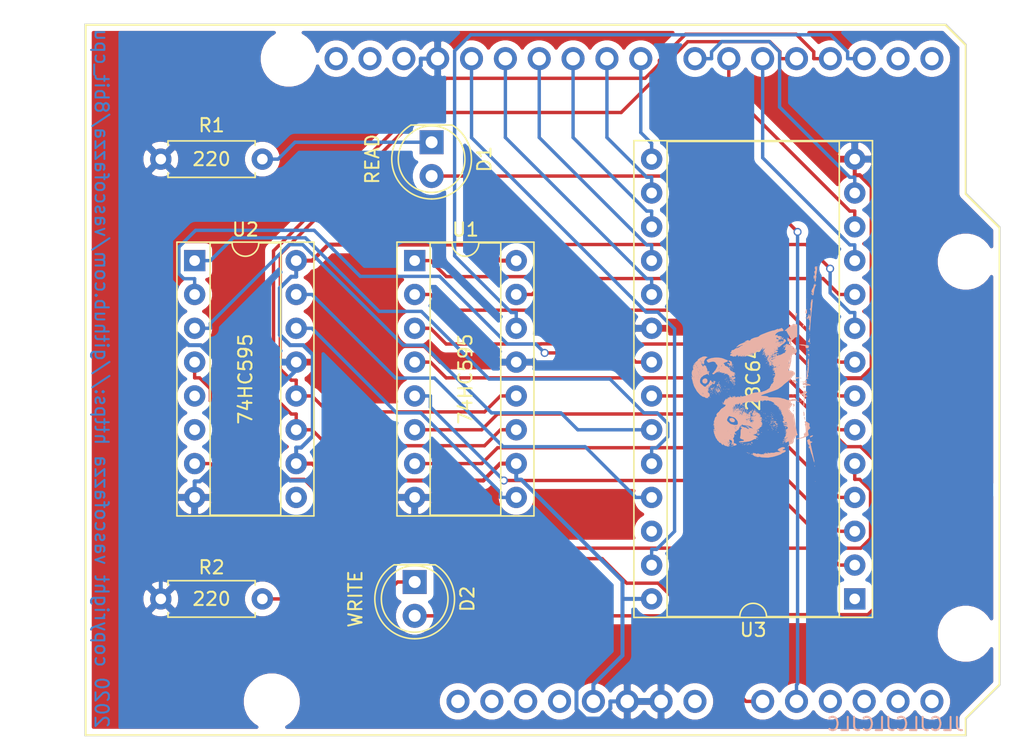
<source format=kicad_pcb>
(kicad_pcb (version 20171130) (host pcbnew "(5.1.5-0-10_14)")
  (layers (0 F.Cu signal) (31 B.Cu signal) (34 B.Paste user) (35 F.Paste user) (36 B.SilkS user) (37 F.SilkS user) (38 B.Mask user) (39 F.Mask user) (44 Edge.Cuts user))
  (net 0 "")
  (net 1 VCC)
  (net 2 GND)
  (net 3 "Net-(U1-Pad15)")
  (net 4 "Net-(U1-Pad7)")
  (net 5 "Net-(U1-Pad14)")
  (net 6 "Net-(U1-Pad6)")
  (net 7 "Net-(U1-Pad5)")
  (net 8 "Net-(U1-Pad12)")
  (net 9 "Net-(U1-Pad4)")
  (net 10 "Net-(U1-Pad11)")
  (net 11 "Net-(U1-Pad3)")
  (net 12 "Net-(U1-Pad2)")
  (net 13 "Net-(U1-Pad9)")
  (net 14 "Net-(U1-Pad1)")
  (net 15 "Net-(U2-Pad15)")
  (net 16 "Net-(U2-Pad7)")
  (net 17 "Net-(U2-Pad4)")
  (net 18 "Net-(U2-Pad3)")
  (net 19 "Net-(U2-Pad2)")
  (net 20 "Net-(U2-Pad1)")
  (net 21 "Net-(U3-Pad15)")
  (net 22 "Net-(D1-Pad2)")
  (net 23 "Net-(D1-Pad1)")
  (net 24 "Net-(D2-Pad2)")
  (net 25 "Net-(D2-Pad1)")
  (net 26 "Net-(U3-Pad27)")
  (net 27 "Net-(U3-Pad13)")
  (net 28 "Net-(U3-Pad12)")
  (net 29 "Net-(U3-Pad11)")
  (net 30 "Net-(U3-Pad19)")
  (net 31 "Net-(U3-Pad18)")
  (net 32 "Net-(U3-Pad17)")
  (net 33 "Net-(U3-Pad16)")
  (module Arduino:Arduino_Uno_Shield (layer F.Cu) (at 191.21 47.065)
    (fp_text reference XA1 hide)
    (fp_text value Arduino_Uno_Shield)
    (pad A5 thru_hole oval (at 63.5 -2.54) (size 1.7272 1.7272) (drill 1.016) (layers *.Cu *.Mask))
    (pad A4 thru_hole oval (at 60.96 -2.54) (size 1.7272 1.7272) (drill 1.016) (layers *.Cu *.Mask))
    (pad A3 thru_hole oval (at 58.42 -2.54) (size 1.7272 1.7272) (drill 1.016) (layers *.Cu *.Mask))
    (pad A2 thru_hole oval (at 55.88 -2.54) (size 1.7272 1.7272) (drill 1.016) (layers *.Cu *.Mask))
    (pad A1 thru_hole oval (at 53.34 -2.54) (size 1.7272 1.7272) (drill 1.016) (layers *.Cu *.Mask) (net 22 "Net-(D1-Pad2)"))
    (pad "" thru_hole oval (at 27.94 -2.54) (size 1.7272 1.7272) (drill 1.016) (layers *.Cu *.Mask))
    (pad D11 thru_hole oval (at 34.036 -50.8) (size 1.7272 1.7272) (drill 1.016) (layers *.Cu *.Mask) (net 31 "Net-(U3-Pad18)"))
    (pad D12 thru_hole oval (at 31.496 -50.8) (size 1.7272 1.7272) (drill 1.016) (layers *.Cu *.Mask) (net 30 "Net-(U3-Pad19)"))
    (pad D13 thru_hole oval (at 28.956 -50.8) (size 1.7272 1.7272) (drill 1.016) (layers *.Cu *.Mask) (net 26 "Net-(U3-Pad27)"))
    (pad AREF thru_hole oval (at 23.876 -50.8) (size 1.7272 1.7272) (drill 1.016) (layers *.Cu *.Mask))
    (pad SDA thru_hole oval (at 21.336 -50.8) (size 1.7272 1.7272) (drill 1.016) (layers *.Cu *.Mask))
    (pad SCL thru_hole oval (at 18.796 -50.8) (size 1.7272 1.7272) (drill 1.016) (layers *.Cu *.Mask))
    (pad "" np_thru_hole circle (at 13.97 -2.54) (size 3.2 3.2) (drill 3.2) (layers *.Cu *.Mask))
    (pad "" np_thru_hole circle (at 15.24 -50.8) (size 3.2 3.2) (drill 3.2) (layers *.Cu *.Mask))
    (pad "" np_thru_hole circle (at 66.04 -35.56) (size 3.2 3.2) (drill 3.2) (layers *.Cu *.Mask))
    (pad "" np_thru_hole circle (at 66.04 -7.62) (size 3.2 3.2) (drill 3.2) (layers *.Cu *.Mask))
    (pad D10 thru_hole oval (at 36.576 -50.8) (size 1.7272 1.7272) (drill 1.016) (layers *.Cu *.Mask) (net 32 "Net-(U3-Pad17)"))
    (pad D9 thru_hole oval (at 39.116 -50.8) (size 1.7272 1.7272) (drill 1.016) (layers *.Cu *.Mask) (net 33 "Net-(U3-Pad16)"))
    (pad D8 thru_hole oval (at 41.656 -50.8) (size 1.7272 1.7272) (drill 1.016) (layers *.Cu *.Mask) (net 21 "Net-(U3-Pad15)"))
    (pad GND1 thru_hole oval (at 26.416 -50.8) (size 1.7272 1.7272) (drill 1.016) (layers *.Cu *.Mask) (net 2 GND))
    (pad D7 thru_hole oval (at 45.72 -50.8) (size 1.7272 1.7272) (drill 1.016) (layers *.Cu *.Mask) (net 27 "Net-(U3-Pad13)"))
    (pad D6 thru_hole oval (at 48.26 -50.8) (size 1.7272 1.7272) (drill 1.016) (layers *.Cu *.Mask) (net 28 "Net-(U3-Pad12)"))
    (pad D5 thru_hole oval (at 50.8 -50.8) (size 1.7272 1.7272) (drill 1.016) (layers *.Cu *.Mask) (net 29 "Net-(U3-Pad11)"))
    (pad D4 thru_hole oval (at 53.34 -50.8) (size 1.7272 1.7272) (drill 1.016) (layers *.Cu *.Mask) (net 8 "Net-(U1-Pad12)"))
    (pad D3 thru_hole oval (at 55.88 -50.8) (size 1.7272 1.7272) (drill 1.016) (layers *.Cu *.Mask) (net 10 "Net-(U1-Pad11)"))
    (pad D2 thru_hole oval (at 58.42 -50.8) (size 1.7272 1.7272) (drill 1.016) (layers *.Cu *.Mask) (net 5 "Net-(U1-Pad14)"))
    (pad D1 thru_hole oval (at 60.96 -50.8) (size 1.7272 1.7272) (drill 1.016) (layers *.Cu *.Mask))
    (pad D0 thru_hole oval (at 63.5 -50.8) (size 1.7272 1.7272) (drill 1.016) (layers *.Cu *.Mask))
    (pad IORF thru_hole oval (at 30.48 -2.54) (size 1.7272 1.7272) (drill 1.016) (layers *.Cu *.Mask))
    (pad RST1 thru_hole oval (at 33.02 -2.54) (size 1.7272 1.7272) (drill 1.016) (layers *.Cu *.Mask))
    (pad 3V3 thru_hole oval (at 35.56 -2.54) (size 1.7272 1.7272) (drill 1.016) (layers *.Cu *.Mask))
    (pad 5V1 thru_hole oval (at 38.1 -2.54) (size 1.7272 1.7272) (drill 1.016) (layers *.Cu *.Mask) (net 1 VCC))
    (pad GND2 thru_hole oval (at 40.64 -2.54) (size 1.7272 1.7272) (drill 1.016) (layers *.Cu *.Mask) (net 2 GND))
    (pad GND3 thru_hole oval (at 43.18 -2.54) (size 1.7272 1.7272) (drill 1.016) (layers *.Cu *.Mask) (net 2 GND))
    (pad VIN thru_hole oval (at 45.72 -2.54) (size 1.7272 1.7272) (drill 1.016) (layers *.Cu *.Mask))
    (pad A0 thru_hole oval (at 50.8 -2.54) (size 1.7272 1.7272) (drill 1.016) (layers *.Cu *.Mask) (net 24 "Net-(D2-Pad2)"))
  )
  (module Symbol:parrot (layer B.Cu) (at 241.3 20.32 270)
    (fp_text reference G*** hide)
    (fp_text value LOGO hide)
  )
  (module Resistor_THT:R_Axial_DIN0207_L6.3mm_D2.5mm_P7.62mm_Horizontal (layer F.Cu) (at 196.85 36.83)
    (fp_text reference R2 (at 3.81 -2.37) (layer F.SilkS))
    (fp_text value 220)
    (fp_text user %V (at 3.81 0 180) (layer F.SilkS))
    (pad 2 thru_hole oval (at 7.62 0) (size 1.6 1.6) (drill 0.8) (layers *.Cu *.Mask) (net 25 "Net-(D2-Pad1)"))
    (pad 1 thru_hole circle (at 0 0) (size 1.6 1.6) (drill 0.8) (layers *.Cu *.Mask) (net 2 GND))
  )
  (module Resistor_THT:R_Axial_DIN0207_L6.3mm_D2.5mm_P7.62mm_Horizontal (layer F.Cu) (at 196.85 3.81)
    (fp_text reference R1 (at 3.81 -2.54 180) (layer F.SilkS))
    (fp_text value 220)
    (fp_text user %V (at 3.81 0 180) (layer F.SilkS))
    (pad 2 thru_hole oval (at 7.62 0) (size 1.6 1.6) (drill 0.8) (layers *.Cu *.Mask) (net 23 "Net-(D1-Pad1)"))
    (pad 1 thru_hole circle (at 0 0) (size 1.6 1.6) (drill 0.8) (layers *.Cu *.Mask) (net 2 GND))
  )
  (module LED_THT:LED_D5.0mm (layer F.Cu) (at 215.9 35.56 270)
    (fp_text reference D2 (at 1.27 -3.96 90) (layer F.SilkS))
    (fp_text value WRITE (at 1.27 4.445 90) (layer F.SilkS))
    (pad 2 thru_hole circle (at 2.54 0 270) (size 1.8 1.8) (drill 0.9) (layers *.Cu *.Mask) (net 24 "Net-(D2-Pad2)"))
    (pad 1 thru_hole rect (at 0 0 270) (size 1.8 1.8) (drill 0.9) (layers *.Cu *.Mask) (net 25 "Net-(D2-Pad1)"))
  )
  (module LED_THT:LED_D5.0mm (layer F.Cu) (at 217.17 2.54 270)
    (fp_text reference D1 (at 1.27 -3.96 90) (layer F.SilkS))
    (fp_text value READ (at 1.27 4.445 90) (layer F.SilkS))
    (pad 2 thru_hole circle (at 2.54 0 270) (size 1.8 1.8) (drill 0.9) (layers *.Cu *.Mask) (net 22 "Net-(D1-Pad2)"))
    (pad 1 thru_hole rect (at 0 0 270) (size 1.8 1.8) (drill 0.9) (layers *.Cu *.Mask) (net 23 "Net-(D1-Pad1)"))
  )
  (module Package_DIP:DIP-28_W15.24mm_Socket (layer F.Cu) (at 248.92 36.83 180)
    (fp_text reference U3 (at 7.62 -2.33) (layer F.SilkS))
    (fp_text value 28C64)
    (fp_text user %V (at 7.62 16.51 90) (layer F.SilkS))
    (pad 28 thru_hole oval (at 15.24 0 180) (size 1.6 1.6) (drill 0.8) (layers *.Cu *.Mask) (net 1 VCC))
    (pad 14 thru_hole oval (at 0 33.02 180) (size 1.6 1.6) (drill 0.8) (layers *.Cu *.Mask) (net 2 GND))
    (pad 27 thru_hole oval (at 15.24 2.54 180) (size 1.6 1.6) (drill 0.8) (layers *.Cu *.Mask) (net 26 "Net-(U3-Pad27)"))
    (pad 13 thru_hole oval (at 0 30.48 180) (size 1.6 1.6) (drill 0.8) (layers *.Cu *.Mask) (net 27 "Net-(U3-Pad13)"))
    (pad 26 thru_hole oval (at 15.24 5.08 180) (size 1.6 1.6) (drill 0.8) (layers *.Cu *.Mask))
    (pad 12 thru_hole oval (at 0 27.94 180) (size 1.6 1.6) (drill 0.8) (layers *.Cu *.Mask) (net 28 "Net-(U3-Pad12)"))
    (pad 25 thru_hole oval (at 15.24 7.62 180) (size 1.6 1.6) (drill 0.8) (layers *.Cu *.Mask) (net 15 "Net-(U2-Pad15)"))
    (pad 11 thru_hole oval (at 0 25.4 180) (size 1.6 1.6) (drill 0.8) (layers *.Cu *.Mask) (net 29 "Net-(U3-Pad11)"))
    (pad 24 thru_hole oval (at 15.24 10.16 180) (size 1.6 1.6) (drill 0.8) (layers *.Cu *.Mask) (net 20 "Net-(U2-Pad1)"))
    (pad 10 thru_hole oval (at 0 22.86 180) (size 1.6 1.6) (drill 0.8) (layers *.Cu *.Mask) (net 3 "Net-(U1-Pad15)"))
    (pad 23 thru_hole oval (at 15.24 12.7 180) (size 1.6 1.6) (drill 0.8) (layers *.Cu *.Mask) (net 18 "Net-(U2-Pad3)"))
    (pad 9 thru_hole oval (at 0 20.32 180) (size 1.6 1.6) (drill 0.8) (layers *.Cu *.Mask) (net 14 "Net-(U1-Pad1)"))
    (pad 22 thru_hole oval (at 15.24 15.24 180) (size 1.6 1.6) (drill 0.8) (layers *.Cu *.Mask) (net 16 "Net-(U2-Pad7)"))
    (pad 8 thru_hole oval (at 0 17.78 180) (size 1.6 1.6) (drill 0.8) (layers *.Cu *.Mask) (net 12 "Net-(U1-Pad2)"))
    (pad 21 thru_hole oval (at 15.24 17.78 180) (size 1.6 1.6) (drill 0.8) (layers *.Cu *.Mask) (net 19 "Net-(U2-Pad2)"))
    (pad 7 thru_hole oval (at 0 15.24 180) (size 1.6 1.6) (drill 0.8) (layers *.Cu *.Mask) (net 11 "Net-(U1-Pad3)"))
    (pad 20 thru_hole oval (at 15.24 20.32 180) (size 1.6 1.6) (drill 0.8) (layers *.Cu *.Mask) (net 2 GND))
    (pad 6 thru_hole oval (at 0 12.7 180) (size 1.6 1.6) (drill 0.8) (layers *.Cu *.Mask) (net 9 "Net-(U1-Pad4)"))
    (pad 19 thru_hole oval (at 15.24 22.86 180) (size 1.6 1.6) (drill 0.8) (layers *.Cu *.Mask) (net 30 "Net-(U3-Pad19)"))
    (pad 5 thru_hole oval (at 0 10.16 180) (size 1.6 1.6) (drill 0.8) (layers *.Cu *.Mask) (net 7 "Net-(U1-Pad5)"))
    (pad 18 thru_hole oval (at 15.24 25.4 180) (size 1.6 1.6) (drill 0.8) (layers *.Cu *.Mask) (net 31 "Net-(U3-Pad18)"))
    (pad 4 thru_hole oval (at 0 7.62 180) (size 1.6 1.6) (drill 0.8) (layers *.Cu *.Mask) (net 6 "Net-(U1-Pad6)"))
    (pad 17 thru_hole oval (at 15.24 27.94 180) (size 1.6 1.6) (drill 0.8) (layers *.Cu *.Mask) (net 32 "Net-(U3-Pad17)"))
    (pad 3 thru_hole oval (at 0 5.08 180) (size 1.6 1.6) (drill 0.8) (layers *.Cu *.Mask) (net 4 "Net-(U1-Pad7)"))
    (pad 16 thru_hole oval (at 15.24 30.48 180) (size 1.6 1.6) (drill 0.8) (layers *.Cu *.Mask) (net 33 "Net-(U3-Pad16)"))
    (pad 2 thru_hole oval (at 0 2.54 180) (size 1.6 1.6) (drill 0.8) (layers *.Cu *.Mask) (net 17 "Net-(U2-Pad4)"))
    (pad 15 thru_hole oval (at 15.24 33.02 180) (size 1.6 1.6) (drill 0.8) (layers *.Cu *.Mask) (net 21 "Net-(U3-Pad15)"))
    (pad 1 thru_hole rect (at 0 0 180) (size 1.6 1.6) (drill 0.8) (layers *.Cu *.Mask))
  )
  (module Package_DIP:DIP-16_W7.62mm_Socket (layer F.Cu) (at 199.39 11.43)
    (fp_text reference U2 (at 3.81 -2.33) (layer F.SilkS))
    (fp_text value 74HC595 (at 3.81 8.89 90) (layer F.SilkS))
    (pad 16 thru_hole oval (at 7.62 0) (size 1.6 1.6) (drill 0.8) (layers *.Cu *.Mask) (net 1 VCC))
    (pad 8 thru_hole oval (at 0 17.78) (size 1.6 1.6) (drill 0.8) (layers *.Cu *.Mask) (net 2 GND))
    (pad 15 thru_hole oval (at 7.62 2.54) (size 1.6 1.6) (drill 0.8) (layers *.Cu *.Mask) (net 15 "Net-(U2-Pad15)"))
    (pad 7 thru_hole oval (at 0 15.24) (size 1.6 1.6) (drill 0.8) (layers *.Cu *.Mask) (net 16 "Net-(U2-Pad7)"))
    (pad 14 thru_hole oval (at 7.62 5.08) (size 1.6 1.6) (drill 0.8) (layers *.Cu *.Mask) (net 13 "Net-(U1-Pad9)"))
    (pad 6 thru_hole oval (at 0 12.7) (size 1.6 1.6) (drill 0.8) (layers *.Cu *.Mask))
    (pad 13 thru_hole oval (at 7.62 7.62) (size 1.6 1.6) (drill 0.8) (layers *.Cu *.Mask) (net 2 GND))
    (pad 5 thru_hole oval (at 0 10.16) (size 1.6 1.6) (drill 0.8) (layers *.Cu *.Mask))
    (pad 12 thru_hole oval (at 7.62 10.16) (size 1.6 1.6) (drill 0.8) (layers *.Cu *.Mask) (net 8 "Net-(U1-Pad12)"))
    (pad 4 thru_hole oval (at 0 7.62) (size 1.6 1.6) (drill 0.8) (layers *.Cu *.Mask) (net 17 "Net-(U2-Pad4)"))
    (pad 11 thru_hole oval (at 7.62 12.7) (size 1.6 1.6) (drill 0.8) (layers *.Cu *.Mask) (net 10 "Net-(U1-Pad11)"))
    (pad 3 thru_hole oval (at 0 5.08) (size 1.6 1.6) (drill 0.8) (layers *.Cu *.Mask) (net 18 "Net-(U2-Pad3)"))
    (pad 10 thru_hole oval (at 7.62 15.24) (size 1.6 1.6) (drill 0.8) (layers *.Cu *.Mask) (net 1 VCC))
    (pad 2 thru_hole oval (at 0 2.54) (size 1.6 1.6) (drill 0.8) (layers *.Cu *.Mask) (net 19 "Net-(U2-Pad2)"))
    (pad 9 thru_hole oval (at 7.62 17.78) (size 1.6 1.6) (drill 0.8) (layers *.Cu *.Mask))
    (pad 1 thru_hole rect (at 0 0) (size 1.6 1.6) (drill 0.8) (layers *.Cu *.Mask) (net 20 "Net-(U2-Pad1)"))
  )
  (module Package_DIP:DIP-16_W7.62mm_Socket (layer F.Cu) (at 215.9 11.43)
    (fp_text reference U1 (at 3.81 -2.33) (layer F.SilkS))
    (fp_text value 74HC595 (at 3.81 8.89 90) (layer F.SilkS))
    (pad 16 thru_hole oval (at 7.62 0) (size 1.6 1.6) (drill 0.8) (layers *.Cu *.Mask) (net 1 VCC))
    (pad 8 thru_hole oval (at 0 17.78) (size 1.6 1.6) (drill 0.8) (layers *.Cu *.Mask) (net 2 GND))
    (pad 15 thru_hole oval (at 7.62 2.54) (size 1.6 1.6) (drill 0.8) (layers *.Cu *.Mask) (net 3 "Net-(U1-Pad15)"))
    (pad 7 thru_hole oval (at 0 15.24) (size 1.6 1.6) (drill 0.8) (layers *.Cu *.Mask) (net 4 "Net-(U1-Pad7)"))
    (pad 14 thru_hole oval (at 7.62 5.08) (size 1.6 1.6) (drill 0.8) (layers *.Cu *.Mask) (net 5 "Net-(U1-Pad14)"))
    (pad 6 thru_hole oval (at 0 12.7) (size 1.6 1.6) (drill 0.8) (layers *.Cu *.Mask) (net 6 "Net-(U1-Pad6)"))
    (pad 13 thru_hole oval (at 7.62 7.62) (size 1.6 1.6) (drill 0.8) (layers *.Cu *.Mask) (net 2 GND))
    (pad 5 thru_hole oval (at 0 10.16) (size 1.6 1.6) (drill 0.8) (layers *.Cu *.Mask) (net 7 "Net-(U1-Pad5)"))
    (pad 12 thru_hole oval (at 7.62 10.16) (size 1.6 1.6) (drill 0.8) (layers *.Cu *.Mask) (net 8 "Net-(U1-Pad12)"))
    (pad 4 thru_hole oval (at 0 7.62) (size 1.6 1.6) (drill 0.8) (layers *.Cu *.Mask) (net 9 "Net-(U1-Pad4)"))
    (pad 11 thru_hole oval (at 7.62 12.7) (size 1.6 1.6) (drill 0.8) (layers *.Cu *.Mask) (net 10 "Net-(U1-Pad11)"))
    (pad 3 thru_hole oval (at 0 5.08) (size 1.6 1.6) (drill 0.8) (layers *.Cu *.Mask) (net 11 "Net-(U1-Pad3)"))
    (pad 10 thru_hole oval (at 7.62 15.24) (size 1.6 1.6) (drill 0.8) (layers *.Cu *.Mask) (net 1 VCC))
    (pad 2 thru_hole oval (at 0 2.54) (size 1.6 1.6) (drill 0.8) (layers *.Cu *.Mask) (net 12 "Net-(U1-Pad2)"))
    (pad 9 thru_hole oval (at 7.62 17.78) (size 1.6 1.6) (drill 0.8) (layers *.Cu *.Mask) (net 13 "Net-(U1-Pad9)"))
    (pad 1 thru_hole rect (at 0 0) (size 1.6 1.6) (drill 0.8) (layers *.Cu *.Mask) (net 14 "Net-(U1-Pad1)"))
  )
  (gr_line (start 252.524761 30.923809) (end 252.524761 29.971428) (layer F.Cu) (width 0.3))
  (gr_line (start 253.477142 29.114285) (end 253.477142 28.447619) (layer F.Cu) (width 0.3))
  (gr_line (start 253.477142 30.923809) (end 253.477142 30.257142) (layer F.Cu) (width 0.3))
  (gr_line (start 254.524761 27.304761) (end 252.524761 27.304761) (layer F.Cu) (width 0.3))
  (gr_line (start 254.524761 29.114285) (end 252.524761 29.114285) (layer F.Cu) (width 0.3))
  (gr_line (start 254.524761 29.971428) (end 254.524761 30.923809) (layer F.Cu) (width 0.3))
  (gr_line (start 254.524761 30.923809) (end 252.524761 30.923809) (layer F.Cu) (width 0.3))
  (gr_line (start 254.524761 28.161904) (end 254.524761 29.114285) (layer F.Cu) (width 0.3))
  (gr_line (start 252.524761 29.114285) (end 252.524761 28.161904) (layer F.Cu) (width 0.3))
  (gr_line (start 257.824761 25.257142) (end 257.824761 25.733333) (layer F.Cu) (width 0.3))
  (gr_line (start 257.729523 25.066666) (end 257.824761 25.257142) (layer F.Cu) (width 0.3))
  (gr_line (start 256.491428 25.733333) (end 256.586666 25.923809) (layer F.Cu) (width 0.3))
  (gr_line (start 256.491428 25.35238) (end 256.491428 25.733333) (layer F.Cu) (width 0.3))
  (gr_line (start 256.586666 25.161904) (end 256.491428 25.35238) (layer F.Cu) (width 0.3))
  (gr_line (start 256.777142 25.066666) (end 256.586666 25.161904) (layer F.Cu) (width 0.3))
  (gr_line (start 257.824761 25.066666) (end 256.777142 25.066666) (layer F.Cu) (width 0.3))
  (gr_line (start 256.491428 26.780952) (end 256.491428 26.590476) (layer F.Cu) (width 0.3))
  (gr_line (start 256.586666 26.971428) (end 256.491428 26.780952) (layer F.Cu) (width 0.3))
  (gr_line (start 256.681904 27.066666) (end 256.586666 26.971428) (layer F.Cu) (width 0.3))
  (gr_line (start 256.87238 27.161904) (end 256.681904 27.066666) (layer F.Cu) (width 0.3))
  (gr_line (start 257.824761 27.161904) (end 256.491428 27.161904) (layer F.Cu) (width 0.3))
  (gr_line (start 256.491428 28.304761) (end 256.586666 28.114285) (layer F.Cu) (width 0.3))
  (gr_line (start 256.491428 28.685714) (end 256.491428 28.304761) (layer F.Cu) (width 0.3))
  (gr_line (start 256.586666 28.87619) (end 256.491428 28.685714) (layer F.Cu) (width 0.3))
  (gr_line (start 256.681904 28.971428) (end 256.586666 28.87619) (layer F.Cu) (width 0.3))
  (gr_line (start 256.87238 29.066666) (end 256.681904 28.971428) (layer F.Cu) (width 0.3))
  (gr_line (start 257.443809 29.066666) (end 256.87238 29.066666) (layer F.Cu) (width 0.3))
  (gr_line (start 257.729523 25.923809) (end 257.539047 26.019047) (layer F.Cu) (width 0.3))
  (gr_line (start 257.824761 25.733333) (end 257.729523 25.923809) (layer F.Cu) (width 0.3))
  (gr_line (start 257.824761 28.685714) (end 257.729523 28.87619) (layer F.Cu) (width 0.3))
  (gr_line (start 257.824761 28.304761) (end 257.824761 28.685714) (layer F.Cu) (width 0.3))
  (gr_line (start 257.729523 28.114285) (end 257.824761 28.304761) (layer F.Cu) (width 0.3))
  (gr_line (start 258.491428 28.780952) (end 258.39619 28.971428) (layer F.Cu) (width 0.3))
  (gr_line (start 258.491428 28.495238) (end 258.491428 28.780952) (layer F.Cu) (width 0.3))
  (gr_line (start 258.39619 28.304761) (end 258.491428 28.495238) (layer F.Cu) (width 0.3))
  (gr_line (start 258.300952 28.209523) (end 258.39619 28.304761) (layer F.Cu) (width 0.3))
  (gr_line (start 257.824761 34.019047) (end 255.824761 34.019047) (layer F.Cu) (width 0.3))
  (gr_line (start 252.524761 19.87619) (end 254.524761 19.87619) (layer F.Cu) (width 0.3))
  (gr_line (start 256.87238 32.019047) (end 256.681904 31.923809) (layer F.Cu) (width 0.3))
  (gr_line (start 252.524761 21.209523) (end 253.953333 20.542857) (layer F.Cu) (width 0.3))
  (gr_line (start 254.524761 21.209523) (end 252.524761 21.209523) (layer F.Cu) (width 0.3))
  (gr_line (start 252.62 23.114285) (end 252.524761 22.923809) (layer F.Cu) (width 0.3))
  (gr_line (start 252.810476 23.304761) (end 252.62 23.114285) (layer F.Cu) (width 0.3))
  (gr_line (start 256.491428 16.685714) (end 256.491428 16.495238) (layer F.Cu) (width 0.3))
  (gr_line (start 256.586666 16.87619) (end 256.491428 16.685714) (layer F.Cu) (width 0.3))
  (gr_line (start 256.681904 16.971428) (end 256.586666 16.87619) (layer F.Cu) (width 0.3))
  (gr_line (start 256.87238 17.066666) (end 256.681904 16.971428) (layer F.Cu) (width 0.3))
  (gr_line (start 257.824761 17.066666) (end 256.491428 17.066666) (layer F.Cu) (width 0.3))
  (gr_line (start 256.967619 17.923809) (end 257.158095 18.87619) (layer F.Cu) (width 0.3))
  (gr_line (start 256.777142 17.923809) (end 256.967619 17.923809) (layer F.Cu) (width 0.3))
  (gr_line (start 256.586666 18.019047) (end 256.777142 17.923809) (layer F.Cu) (width 0.3))
  (gr_line (start 257.443809 30.87619) (end 256.87238 30.87619) (layer F.Cu) (width 0.3))
  (gr_line (start 257.634285 30.780952) (end 257.443809 30.87619) (layer F.Cu) (width 0.3))
  (gr_line (start 257.729523 30.685714) (end 257.634285 30.780952) (layer F.Cu) (width 0.3))
  (gr_line (start 257.824761 30.495238) (end 257.729523 30.685714) (layer F.Cu) (width 0.3))
  (gr_line (start 256.491428 31.638095) (end 256.491428 31.447619) (layer F.Cu) (width 0.3))
  (gr_line (start 256.586666 31.828571) (end 256.491428 31.638095) (layer F.Cu) (width 0.3))
  (gr_line (start 256.681904 31.923809) (end 256.586666 31.828571) (layer F.Cu) (width 0.3))
  (gr_line (start 254.429523 23.114285) (end 254.239047 23.304761) (layer F.Cu) (width 0.3))
  (gr_line (start 254.524761 22.923809) (end 254.429523 23.114285) (layer F.Cu) (width 0.3))
  (gr_line (start 254.524761 22.542857) (end 254.524761 22.923809) (layer F.Cu) (width 0.3))
  (gr_line (start 254.429523 22.35238) (end 254.524761 22.542857) (layer F.Cu) (width 0.3))
  (gr_line (start 253.953333 20.542857) (end 252.524761 19.87619) (layer F.Cu) (width 0.3))
  (gr_line (start 257.824761 32.019047) (end 256.491428 32.019047) (layer F.Cu) (width 0.3))
  (gr_line (start 256.586666 30.019047) (end 256.681904 29.923809) (layer F.Cu) (width 0.3))
  (gr_line (start 256.87238 33.257142) (end 256.87238 34.019047) (layer F.Cu) (width 0.3))
  (gr_line (start 256.777142 33.066666) (end 256.87238 33.257142) (layer F.Cu) (width 0.3))
  (gr_line (start 256.681904 32.971428) (end 256.777142 33.066666) (layer F.Cu) (width 0.3))
  (gr_line (start 256.491428 32.87619) (end 256.681904 32.971428) (layer F.Cu) (width 0.3))
  (gr_line (start 256.205714 32.87619) (end 256.491428 32.87619) (layer F.Cu) (width 0.3))
  (gr_line (start 256.015238 32.971428) (end 256.205714 32.87619) (layer F.Cu) (width 0.3))
  (gr_line (start 255.92 33.066666) (end 256.015238 32.971428) (layer F.Cu) (width 0.3))
  (gr_line (start 255.824761 33.257142) (end 255.92 33.066666) (layer F.Cu) (width 0.3))
  (gr_line (start 255.824761 34.019047) (end 255.824761 33.257142) (layer F.Cu) (width 0.3))
  (gr_line (start 256.491428 18.209523) (end 256.586666 18.019047) (layer F.Cu) (width 0.3))
  (gr_line (start 256.491428 18.590476) (end 256.491428 18.209523) (layer F.Cu) (width 0.3))
  (gr_line (start 256.586666 18.780952) (end 256.491428 18.590476) (layer F.Cu) (width 0.3))
  (gr_line (start 256.777142 18.87619) (end 256.586666 18.780952) (layer F.Cu) (width 0.3))
  (gr_line (start 257.539047 18.87619) (end 256.777142 18.87619) (layer F.Cu) (width 0.3))
  (gr_line (start 257.729523 18.780952) (end 257.539047 18.87619) (layer F.Cu) (width 0.3))
  (gr_line (start 257.824761 18.590476) (end 257.729523 18.780952) (layer F.Cu) (width 0.3))
  (gr_line (start 257.824761 18.209523) (end 257.824761 18.590476) (layer F.Cu) (width 0.3))
  (gr_line (start 257.729523 18.019047) (end 257.824761 18.209523) (layer F.Cu) (width 0.3))
  (gr_line (start 256.777142 19.733333) (end 257.824761 19.733333) (layer F.Cu) (width 0.3))
  (gr_line (start 256.586666 19.828571) (end 256.777142 19.733333) (layer F.Cu) (width 0.3))
  (gr_line (start 256.491428 20.019047) (end 256.586666 19.828571) (layer F.Cu) (width 0.3))
  (gr_line (start 256.491428 20.304761) (end 256.491428 20.019047) (layer F.Cu) (width 0.3))
  (gr_line (start 256.586666 20.495238) (end 256.491428 20.304761) (layer F.Cu) (width 0.3))
  (gr_line (start 256.777142 20.590476) (end 256.586666 20.495238) (layer F.Cu) (width 0.3))
  (gr_line (start 256.777142 20.590476) (end 257.824761 20.590476) (layer F.Cu) (width 0.3))
  (gr_line (start 256.586666 20.685714) (end 256.777142 20.590476) (layer F.Cu) (width 0.3))
  (gr_line (start 256.491428 20.87619) (end 256.586666 20.685714) (layer F.Cu) (width 0.3))
  (gr_line (start 256.491428 21.161904) (end 256.491428 20.87619) (layer F.Cu) (width 0.3))
  (gr_line (start 256.586666 21.35238) (end 256.491428 21.161904) (layer F.Cu) (width 0.3))
  (gr_line (start 256.681904 21.447619) (end 256.586666 21.35238) (layer F.Cu) (width 0.3))
  (gr_line (start 256.491428 22.685714) (end 256.586666 22.495238) (layer F.Cu) (width 0.3))
  (gr_line (start 256.491428 22.971428) (end 256.491428 22.685714) (layer F.Cu) (width 0.3))
  (gr_line (start 256.586666 23.161904) (end 256.491428 22.971428) (layer F.Cu) (width 0.3))
  (gr_line (start 256.777142 23.257142) (end 256.586666 23.161904) (layer F.Cu) (width 0.3))
  (gr_line (start 256.777142 23.257142) (end 257.824761 23.257142) (layer F.Cu) (width 0.3))
  (gr_line (start 256.586666 23.35238) (end 256.777142 23.257142) (layer F.Cu) (width 0.3))
  (gr_line (start 256.491428 23.542857) (end 256.586666 23.35238) (layer F.Cu) (width 0.3))
  (gr_line (start 256.491428 23.828571) (end 256.491428 23.542857) (layer F.Cu) (width 0.3))
  (gr_line (start 256.586666 24.019047) (end 256.491428 23.828571) (layer F.Cu) (width 0.3))
  (gr_line (start 256.681904 24.114285) (end 256.586666 24.019047) (layer F.Cu) (width 0.3))
  (gr_line (start 257.824761 24.114285) (end 256.491428 24.114285) (layer F.Cu) (width 0.3))
  (gr_line (start 257.062857 25.257142) (end 256.967619 25.066666) (layer F.Cu) (width 0.3))
  (gr_line (start 257.062857 25.733333) (end 257.062857 25.257142) (layer F.Cu) (width 0.3))
  (gr_line (start 257.158095 25.923809) (end 257.062857 25.733333) (layer F.Cu) (width 0.3))
  (gr_line (start 253.191428 23.4) (end 252.810476 23.304761) (layer F.Cu) (width 0.3))
  (gr_line (start 253.858095 23.4) (end 253.191428 23.4) (layer F.Cu) (width 0.3))
  (gr_line (start 254.239047 23.304761) (end 253.858095 23.4) (layer F.Cu) (width 0.3))
  (gr_line (start 257.348571 26.019047) (end 257.158095 25.923809) (layer F.Cu) (width 0.3))
  (gr_line (start 257.539047 26.019047) (end 257.348571 26.019047) (layer F.Cu) (width 0.3))
  (gr_line (start 257.824761 21.447619) (end 256.491428 21.447619) (layer F.Cu) (width 0.3))
  (gr_line (start 256.777142 22.4) (end 257.824761 22.4) (layer F.Cu) (width 0.3))
  (gr_line (start 256.586666 22.495238) (end 256.777142 22.4) (layer F.Cu) (width 0.3))
  (gr_line (start 257.634285 29.923809) (end 257.729523 30.019047) (layer F.Cu) (width 0.3))
  (gr_line (start 257.443809 29.828571) (end 257.634285 29.923809) (layer F.Cu) (width 0.3))
  (gr_line (start 256.87238 29.828571) (end 257.443809 29.828571) (layer F.Cu) (width 0.3))
  (gr_line (start 256.681904 29.923809) (end 256.87238 29.828571) (layer F.Cu) (width 0.3))
  (gr_line (start 257.634285 28.971428) (end 257.443809 29.066666) (layer F.Cu) (width 0.3))
  (gr_line (start 257.729523 28.87619) (end 257.634285 28.971428) (layer F.Cu) (width 0.3))
  (gr_line (start 254.239047 22.161904) (end 254.429523 22.35238) (layer F.Cu) (width 0.3))
  (gr_line (start 253.858095 22.066666) (end 254.239047 22.161904) (layer F.Cu) (width 0.3))
  (gr_line (start 253.191428 22.066666) (end 253.858095 22.066666) (layer F.Cu) (width 0.3))
  (gr_line (start 252.810476 22.161904) (end 253.191428 22.066666) (layer F.Cu) (width 0.3))
  (gr_line (start 253.477142 24.35238) (end 253.57238 24.542857) (layer F.Cu) (width 0.3))
  (gr_line (start 253.381904 24.257142) (end 253.477142 24.35238) (layer F.Cu) (width 0.3))
  (gr_line (start 253.191428 24.161904) (end 253.381904 24.257142) (layer F.Cu) (width 0.3))
  (gr_line (start 252.905714 24.161904) (end 253.191428 24.161904) (layer F.Cu) (width 0.3))
  (gr_line (start 252.715238 24.257142) (end 252.905714 24.161904) (layer F.Cu) (width 0.3))
  (gr_line (start 252.62 24.35238) (end 252.715238 24.257142) (layer F.Cu) (width 0.3))
  (gr_line (start 252.524761 24.542857) (end 252.62 24.35238) (layer F.Cu) (width 0.3))
  (gr_line (start 252.524761 25.304761) (end 252.524761 24.542857) (layer F.Cu) (width 0.3))
  (gr_line (start 254.524761 25.304761) (end 252.524761 25.304761) (layer F.Cu) (width 0.3))
  (gr_line (start 254.524761 24.161904) (end 253.57238 24.828571) (layer F.Cu) (width 0.3))
  (gr_line (start 253.57238 26.542857) (end 253.57238 27.304761) (layer F.Cu) (width 0.3))
  (gr_line (start 253.477142 26.35238) (end 253.57238 26.542857) (layer F.Cu) (width 0.3))
  (gr_line (start 253.381904 26.257142) (end 253.477142 26.35238) (layer F.Cu) (width 0.3))
  (gr_line (start 253.191428 26.161904) (end 253.381904 26.257142) (layer F.Cu) (width 0.3))
  (gr_line (start 252.905714 26.161904) (end 253.191428 26.161904) (layer F.Cu) (width 0.3))
  (gr_line (start 252.715238 26.257142) (end 252.905714 26.161904) (layer F.Cu) (width 0.3))
  (gr_line (start 252.62 26.35238) (end 252.715238 26.257142) (layer F.Cu) (width 0.3))
  (gr_line (start 252.524761 26.542857) (end 252.62 26.35238) (layer F.Cu) (width 0.3))
  (gr_line (start 252.524761 27.304761) (end 252.524761 26.542857) (layer F.Cu) (width 0.3))
  (gr_line (start 258.110476 28.114285) (end 258.300952 28.209523) (layer F.Cu) (width 0.3))
  (gr_line (start 256.491428 28.114285) (end 258.110476 28.114285) (layer F.Cu) (width 0.3))
  (gr_line (start 257.824761 30.209523) (end 257.824761 30.495238) (layer F.Cu) (width 0.3))
  (gr_line (start 257.729523 30.019047) (end 257.824761 30.209523) (layer F.Cu) (width 0.3))
  (gr_line (start 256.491428 30.209523) (end 256.586666 30.019047) (layer F.Cu) (width 0.3))
  (gr_line (start 256.491428 30.495238) (end 256.491428 30.209523) (layer F.Cu) (width 0.3))
  (gr_line (start 256.586666 30.685714) (end 256.491428 30.495238) (layer F.Cu) (width 0.3))
  (gr_line (start 256.681904 30.780952) (end 256.586666 30.685714) (layer F.Cu) (width 0.3))
  (gr_line (start 256.87238 30.87619) (end 256.681904 30.780952) (layer F.Cu) (width 0.3))
  (gr_line (start 252.62 22.35238) (end 252.810476 22.161904) (layer F.Cu) (width 0.3))
  (gr_line (start 252.524761 22.542857) (end 252.62 22.35238) (layer F.Cu) (width 0.3))
  (gr_line (start 252.524761 22.923809) (end 252.524761 22.542857) (layer F.Cu) (width 0.3))
  (gr_line (start 253.57238 24.542857) (end 253.57238 25.304761) (layer F.Cu) (width 0.3))
  (gr_text "2020 copyright vascofazza https://github.com/vascofazza/8bit_cpu" (at 192.405 46.609 270) (layer B.Cu) (effects (font (size 1 1)) (justify left mirror)))
  (gr_text JLCJLCJLCJLC (at 251.968 46.228) (layer B.SilkS) (effects (font (size 1 1)) (justify mirror)))
  (gr_line (start 255.778 -6.35) (end 191.135 -6.35) (layer Edge.Cuts) (width 0.05))
  (gr_line (start 257.302 -4.826) (end 255.778 -6.35) (layer Edge.Cuts) (width 0.05))
  (gr_line (start 257.302 6.35) (end 257.302 -4.826) (layer Edge.Cuts) (width 0.05))
  (gr_line (start 259.842 8.89) (end 257.302 6.35) (layer Edge.Cuts) (width 0.05))
  (gr_line (start 259.842 43.307) (end 259.842 8.89) (layer Edge.Cuts) (width 0.05))
  (gr_line (start 257.302 45.847) (end 259.842 43.307) (layer Edge.Cuts) (width 0.05))
  (gr_line (start 257.302 47.117) (end 257.302 45.847) (layer Edge.Cuts) (width 0.05))
  (gr_line (start 191.135 47.117) (end 257.302 47.117) (layer Edge.Cuts) (width 0.05))
  (gr_line (start 191.135 46.99) (end 191.135 47.117) (layer Edge.Cuts) (width 0.05))
  (gr_line (start 191.135 -6.35) (end 191.135 46.99) (layer Edge.Cuts) (width 0.05))
  (segment (start 207.01 11.43) (end 207.01 12.6343) (width 0.3) (layer B.Cu) (net 1))
  (segment (start 207.01 26.67) (end 207.01 25.4657) (width 0.3) (layer B.Cu) (net 1))
  (segment (start 207.01 25.4657) (end 207.3863 25.4657) (width 0.3) (layer B.Cu) (net 1))
  (segment (start 207.3863 25.4657) (end 208.2512 24.6008) (width 0.3) (layer B.Cu) (net 1))
  (segment (start 208.2512 24.6008) (end 208.2512 18.4983) (width 0.3) (layer B.Cu) (net 1))
  (segment (start 208.2512 18.4983) (end 207.5329 17.78) (width 0.3) (layer B.Cu) (net 1))
  (segment (start 207.5329 17.78) (end 206.5503 17.78) (width 0.3) (layer B.Cu) (net 1))
  (segment (start 206.5503 17.78) (end 205.7839 17.0136) (width 0.3) (layer B.Cu) (net 1))
  (segment (start 205.7839 17.0136) (end 205.7839 13.4861) (width 0.3) (layer B.Cu) (net 1))
  (segment (start 205.7839 13.4861) (end 206.6357 12.6343) (width 0.3) (layer B.Cu) (net 1))
  (segment (start 206.6357 12.6343) (end 207.01 12.6343) (width 0.3) (layer B.Cu) (net 1))
  (segment (start 207.6122 26.67) (end 207.01 26.67) (width 0.3) (layer F.Cu) (net 1))
  (segment (start 207.6122 26.67) (end 208.2143 26.67) (width 0.3) (layer F.Cu) (net 1))
  (segment (start 229.31 44.525) (end 229.31 43.2571) (width 0.3) (layer B.Cu) (net 1))
  (segment (start 231.4924 36.83) (end 231.4924 41.0747) (width 0.3) (layer B.Cu) (net 1))
  (segment (start 231.4924 41.0747) (end 229.31 43.2571) (width 0.3) (layer B.Cu) (net 1))
  (segment (start 223.52 27.8743) (end 223.8963 27.8743) (width 0.3) (layer B.Cu) (net 1))
  (segment (start 223.8963 27.8743) (end 231.4924 35.4704) (width 0.3) (layer B.Cu) (net 1))
  (segment (start 231.4924 35.4704) (end 231.4924 36.83) (width 0.3) (layer B.Cu) (net 1))
  (segment (start 232.4757 36.83) (end 231.4924 36.83) (width 0.3) (layer B.Cu) (net 1))
  (segment (start 233.68 36.83) (end 232.4757 36.83) (width 0.3) (layer B.Cu) (net 1))
  (segment (start 223.52 26.67) (end 223.52 27.8743) (width 0.3) (layer B.Cu) (net 1))
  (segment (start 207.01 11.43) (end 208.2143 11.43) (width 0.3) (layer F.Cu) (net 1))
  (segment (start 223.52 11.43) (end 222.3157 11.43) (width 0.3) (layer F.Cu) (net 1))
  (segment (start 222.3157 11.43) (end 221.1113 10.2256) (width 0.3) (layer F.Cu) (net 1))
  (segment (start 221.1113 10.2256) (end 209.4187 10.2256) (width 0.3) (layer F.Cu) (net 1))
  (segment (start 209.4187 10.2256) (end 208.2143 11.43) (width 0.3) (layer F.Cu) (net 1))
  (segment (start 223.52 26.67) (end 222.3157 26.67) (width 0.3) (layer F.Cu) (net 1))
  (segment (start 222.3157 26.67) (end 221.0457 27.94) (width 0.3) (layer F.Cu) (net 1))
  (segment (start 221.0457 27.94) (end 209.4843 27.94) (width 0.3) (layer F.Cu) (net 1))
  (segment (start 209.4843 27.94) (end 208.2143 26.67) (width 0.3) (layer F.Cu) (net 1))
  (segment (start 224.7243 19.05) (end 224.7377 19.0634) (width 0.3) (layer B.Cu) (net 2))
  (segment (start 224.7377 19.0634) (end 229.9223 19.0634) (width 0.3) (layer B.Cu) (net 2))
  (segment (start 229.9223 19.0634) (end 232.4757 16.51) (width 0.3) (layer B.Cu) (net 2))
  (segment (start 203.2 24.5801) (end 206.5599 27.94) (width 0.3) (layer B.Cu) (net 2))
  (segment (start 206.5599 27.94) (end 213.4257 27.94) (width 0.3) (layer B.Cu) (net 2))
  (segment (start 213.4257 27.94) (end 214.6957 29.21) (width 0.3) (layer B.Cu) (net 2))
  (segment (start 204.3624 22.2997) (end 203.2 23.4621) (width 0.3) (layer B.Cu) (net 2))
  (segment (start 203.2 23.4621) (end 203.2 24.5801) (width 0.3) (layer B.Cu) (net 2))
  (segment (start 199.39 28.0057) (end 199.7744 28.0057) (width 0.3) (layer B.Cu) (net 2))
  (segment (start 199.7744 28.0057) (end 203.2 24.5801) (width 0.3) (layer B.Cu) (net 2))
  (segment (start 204.3624 22.2997) (end 199.8426 17.78) (width 0.3) (layer B.Cu) (net 2))
  (segment (start 199.8426 17.78) (end 198.9534 17.78) (width 0.3) (layer B.Cu) (net 2))
  (segment (start 198.9534 17.78) (end 197.6211 16.4477) (width 0.3) (layer B.Cu) (net 2))
  (segment (start 197.6211 16.4477) (end 197.6211 5.0663) (width 0.3) (layer B.Cu) (net 2))
  (segment (start 197.6211 5.0663) (end 197.8637 4.8237) (width 0.3) (layer B.Cu) (net 2))
  (segment (start 207.01 19.6521) (end 204.3624 22.2997) (width 0.3) (layer B.Cu) (net 2))
  (segment (start 215.9 29.21) (end 214.6957 29.21) (width 0.3) (layer B.Cu) (net 2))
  (segment (start 231.85 44.525) (end 230.5821 44.525) (width 0.3) (layer B.Cu) (net 2))
  (segment (start 215.9 29.21) (end 215.9 30.4143) (width 0.3) (layer B.Cu) (net 2))
  (segment (start 215.9 30.4143) (end 228.04 42.5543) (width 0.3) (layer B.Cu) (net 2))
  (segment (start 228.04 42.5543) (end 228.04 45.1115) (width 0.3) (layer B.Cu) (net 2))
  (segment (start 228.04 45.1115) (end 228.7446 45.8161) (width 0.3) (layer B.Cu) (net 2))
  (segment (start 228.7446 45.8161) (end 229.8164 45.8161) (width 0.3) (layer B.Cu) (net 2))
  (segment (start 229.8164 45.8161) (end 230.5821 45.0504) (width 0.3) (layer B.Cu) (net 2))
  (segment (start 230.5821 45.0504) (end 230.5821 44.525) (width 0.3) (layer B.Cu) (net 2))
  (segment (start 197.8637 4.8237) (end 203.585 -0.8976) (width 0.3) (layer B.Cu) (net 2))
  (segment (start 203.585 -0.8976) (end 214.0461 -0.8976) (width 0.3) (layer B.Cu) (net 2))
  (segment (start 214.0461 -0.8976) (end 216.3581 -3.2096) (width 0.3) (layer B.Cu) (net 2))
  (segment (start 216.3581 -3.2096) (end 216.3581 -3.735) (width 0.3) (layer B.Cu) (net 2))
  (segment (start 196.85 3.81) (end 197.8637 4.8237) (width 0.3) (layer B.Cu) (net 2))
  (segment (start 217.626 -3.735) (end 216.3581 -3.735) (width 0.3) (layer B.Cu) (net 2))
  (segment (start 199.39 29.21) (end 199.39 28.0057) (width 0.3) (layer B.Cu) (net 2))
  (segment (start 207.01 19.05) (end 207.01 19.6521) (width 0.3) (layer B.Cu) (net 2))
  (segment (start 248.92 3.81) (end 248.92 5.0143) (width 0.3) (layer F.Cu) (net 2))
  (segment (start 233.68 16.51) (end 243.4103 16.51) (width 0.3) (layer F.Cu) (net 2))
  (segment (start 243.4103 16.51) (end 247.1575 20.2572) (width 0.3) (layer F.Cu) (net 2))
  (segment (start 247.1575 20.2572) (end 249.4191 20.2572) (width 0.3) (layer F.Cu) (net 2))
  (segment (start 249.4191 20.2572) (end 250.1827 19.4936) (width 0.3) (layer F.Cu) (net 2))
  (segment (start 250.1827 19.4936) (end 250.1827 5.9027) (width 0.3) (layer F.Cu) (net 2))
  (segment (start 250.1827 5.9027) (end 249.2943 5.0143) (width 0.3) (layer F.Cu) (net 2))
  (segment (start 249.2943 5.0143) (end 248.92 5.0143) (width 0.3) (layer F.Cu) (net 2))
  (segment (start 234.39 44.525) (end 231.85 44.525) (width 0.3) (layer F.Cu) (net 2))
  (segment (start 199.39 29.21) (end 199.39 30.4143) (width 0.3) (layer B.Cu) (net 2))
  (segment (start 199.39 30.4143) (end 196.85 32.9543) (width 0.3) (layer B.Cu) (net 2))
  (segment (start 196.85 32.9543) (end 196.85 36.83) (width 0.3) (layer B.Cu) (net 2))
  (segment (start 207.01 19.05) (end 208.2143 19.05) (width 0.3) (layer F.Cu) (net 2))
  (segment (start 208.2143 19.05) (end 209.4228 17.8415) (width 0.3) (layer F.Cu) (net 2))
  (segment (start 209.4228 17.8415) (end 216.6244 17.8415) (width 0.3) (layer F.Cu) (net 2))
  (segment (start 216.6244 17.8415) (end 217.8329 19.05) (width 0.3) (layer F.Cu) (net 2))
  (segment (start 217.8329 19.05) (end 223.52 19.05) (width 0.3) (layer F.Cu) (net 2))
  (segment (start 233.68 16.51) (end 232.4757 16.51) (width 0.3) (layer B.Cu) (net 2))
  (segment (start 223.52 19.05) (end 224.7243 19.05) (width 0.3) (layer B.Cu) (net 2))
  (segment (start 248.92 13.97) (end 247.7387 13.97) (width 0.254) (layer F.Cu) (net 3))
  (segment (start 223.52 13.97) (end 224.7013 13.97) (width 0.254) (layer F.Cu) (net 3))
  (segment (start 224.7013 13.97) (end 225.8954 12.7759) (width 0.254) (layer F.Cu) (net 3))
  (segment (start 225.8954 12.7759) (end 246.5446 12.7759) (width 0.254) (layer F.Cu) (net 3))
  (segment (start 246.5446 12.7759) (end 247.7387 13.97) (width 0.254) (layer F.Cu) (net 3))
  (segment (start 248.92 31.75) (end 247.7387 31.75) (width 0.254) (layer F.Cu) (net 4))
  (segment (start 215.9 26.67) (end 220.9292 26.67) (width 0.254) (layer F.Cu) (net 4))
  (segment (start 220.9292 26.67) (end 222.1198 25.4794) (width 0.254) (layer F.Cu) (net 4))
  (segment (start 222.1198 25.4794) (end 241.4681 25.4794) (width 0.254) (layer F.Cu) (net 4))
  (segment (start 241.4681 25.4794) (end 247.7387 31.75) (width 0.254) (layer F.Cu) (net 4))
  (segment (start 248.3851 -3.735) (end 248.3851 -4.2508) (width 0.254) (layer B.Cu) (net 5))
  (segment (start 248.3851 -4.2508) (end 247.1079 -5.528) (width 0.254) (layer B.Cu) (net 5))
  (segment (start 247.1079 -5.528) (end 220.1028 -5.528) (width 0.254) (layer B.Cu) (net 5))
  (segment (start 220.1028 -5.528) (end 218.896 -4.3212) (width 0.254) (layer B.Cu) (net 5))
  (segment (start 218.896 -4.3212) (end 218.896 11.0739) (width 0.254) (layer B.Cu) (net 5))
  (segment (start 218.896 11.0739) (end 223.1508 15.3287) (width 0.254) (layer B.Cu) (net 5))
  (segment (start 223.1508 15.3287) (end 223.52 15.3287) (width 0.254) (layer B.Cu) (net 5))
  (segment (start 249.63 -3.735) (end 248.3851 -3.735) (width 0.254) (layer B.Cu) (net 5))
  (segment (start 223.52 16.51) (end 223.52 15.3287) (width 0.254) (layer B.Cu) (net 5))
  (segment (start 248.92 29.21) (end 247.7387 29.21) (width 0.254) (layer F.Cu) (net 6))
  (segment (start 215.9 24.13) (end 220.9292 24.13) (width 0.254) (layer F.Cu) (net 6))
  (segment (start 220.9292 24.13) (end 222.1149 22.9443) (width 0.254) (layer F.Cu) (net 6))
  (segment (start 222.1149 22.9443) (end 241.473 22.9443) (width 0.254) (layer F.Cu) (net 6))
  (segment (start 241.473 22.9443) (end 247.7387 29.21) (width 0.254) (layer F.Cu) (net 6))
  (segment (start 222.5927 27.94) (end 242.1077 27.94) (width 0.254) (layer F.Cu) (net 7))
  (segment (start 242.1077 27.94) (end 247.1877 33.02) (width 0.254) (layer F.Cu) (net 7))
  (segment (start 247.1877 33.02) (end 249.3736 33.02) (width 0.254) (layer F.Cu) (net 7))
  (segment (start 249.3736 33.02) (end 250.1022 32.2914) (width 0.254) (layer F.Cu) (net 7))
  (segment (start 250.1022 32.2914) (end 250.1022 28.6664) (width 0.254) (layer F.Cu) (net 7))
  (segment (start 250.1022 28.6664) (end 249.2871 27.8513) (width 0.254) (layer F.Cu) (net 7))
  (segment (start 249.2871 27.8513) (end 248.92 27.8513) (width 0.254) (layer F.Cu) (net 7))
  (segment (start 217.0813 21.59) (end 217.0813 22.4286) (width 0.254) (layer B.Cu) (net 7))
  (segment (start 217.0813 22.4286) (end 222.5927 27.94) (width 0.254) (layer B.Cu) (net 7))
  (segment (start 215.9 21.59) (end 217.0813 21.59) (width 0.254) (layer B.Cu) (net 7))
  (segment (start 248.92 26.67) (end 248.92 27.8513) (width 0.254) (layer F.Cu) (net 7))
  (via (at 222.5927 27.94) (size 0.6) (layers F.Cu B.Cu) (net 7))
  (segment (start 207.01 21.59) (end 207.01 20.4087) (width 0.254) (layer F.Cu) (net 8))
  (segment (start 207.01 20.4087) (end 206.6408 20.4087) (width 0.254) (layer F.Cu) (net 8))
  (segment (start 206.6408 20.4087) (end 205.8178 19.5857) (width 0.254) (layer F.Cu) (net 8))
  (segment (start 205.8178 19.5857) (end 205.8178 10.9472) (width 0.254) (layer F.Cu) (net 8))
  (segment (start 205.8178 10.9472) (end 216.4585 0.3065) (width 0.254) (layer F.Cu) (net 8))
  (segment (start 216.4585 0.3065) (end 231.3976 0.3065) (width 0.254) (layer F.Cu) (net 8))
  (segment (start 231.3976 0.3065) (end 234.8434 -3.1393) (width 0.254) (layer F.Cu) (net 8))
  (segment (start 234.8434 -3.1393) (end 234.8434 -3.4661) (width 0.254) (layer F.Cu) (net 8))
  (segment (start 234.8434 -3.4661) (end 236.3865 -5.0092) (width 0.254) (layer F.Cu) (net 8))
  (segment (start 236.3865 -5.0092) (end 242.5467 -5.0092) (width 0.254) (layer F.Cu) (net 8))
  (segment (start 242.5467 -5.0092) (end 243.3051 -4.2508) (width 0.254) (layer F.Cu) (net 8))
  (segment (start 243.3051 -4.2508) (end 243.3051 -3.735) (width 0.254) (layer F.Cu) (net 8))
  (segment (start 207.6007 21.59) (end 207.01 21.59) (width 0.254) (layer F.Cu) (net 8))
  (segment (start 244.55 -3.735) (end 243.3051 -3.735) (width 0.254) (layer F.Cu) (net 8))
  (segment (start 207.6007 21.59) (end 208.1913 21.59) (width 0.254) (layer F.Cu) (net 8))
  (segment (start 208.1913 21.59) (end 209.3899 22.7886) (width 0.254) (layer F.Cu) (net 8))
  (segment (start 209.3899 22.7886) (end 221.1401 22.7886) (width 0.254) (layer F.Cu) (net 8))
  (segment (start 221.1401 22.7886) (end 222.3387 21.59) (width 0.254) (layer F.Cu) (net 8))
  (segment (start 223.52 21.59) (end 222.3387 21.59) (width 0.254) (layer F.Cu) (net 8))
  (segment (start 248.92 24.13) (end 247.7387 24.13) (width 0.254) (layer F.Cu) (net 9))
  (segment (start 215.9 19.05) (end 217.0813 19.05) (width 0.254) (layer F.Cu) (net 9))
  (segment (start 217.0813 19.05) (end 218.2626 20.2313) (width 0.254) (layer F.Cu) (net 9))
  (segment (start 218.2626 20.2313) (end 243.84 20.2313) (width 0.254) (layer F.Cu) (net 9))
  (segment (start 243.84 20.2313) (end 247.7387 24.13) (width 0.254) (layer F.Cu) (net 9))
  (segment (start 245.8451 -3.735) (end 245.8451 -4.2508) (width 0.254) (layer F.Cu) (net 10))
  (segment (start 245.8451 -4.2508) (end 244.5277 -5.5682) (width 0.254) (layer F.Cu) (net 10))
  (segment (start 244.5277 -5.5682) (end 236.2265 -5.5682) (width 0.254) (layer F.Cu) (net 10))
  (segment (start 236.2265 -5.5682) (end 234.2633 -3.605) (width 0.254) (layer F.Cu) (net 10))
  (segment (start 234.2633 -3.605) (end 234.2633 -3.3351) (width 0.254) (layer F.Cu) (net 10))
  (segment (start 234.2633 -3.3351) (end 233.1875 -2.2593) (width 0.254) (layer F.Cu) (net 10))
  (segment (start 233.1875 -2.2593) (end 218.2636 -2.2593) (width 0.254) (layer F.Cu) (net 10))
  (segment (start 218.2636 -2.2593) (end 205.3093 10.695) (width 0.254) (layer F.Cu) (net 10))
  (segment (start 205.3093 10.695) (end 205.3093 21.6173) (width 0.254) (layer F.Cu) (net 10))
  (segment (start 205.3093 21.6173) (end 206.6407 22.9487) (width 0.254) (layer F.Cu) (net 10))
  (segment (start 206.6407 22.9487) (end 207.01 22.9487) (width 0.254) (layer F.Cu) (net 10))
  (segment (start 207.01 24.13) (end 208.1913 24.13) (width 0.254) (layer F.Cu) (net 10))
  (segment (start 223.52 24.13) (end 222.3387 24.13) (width 0.254) (layer F.Cu) (net 10))
  (segment (start 222.3387 24.13) (end 221.1395 25.3292) (width 0.254) (layer F.Cu) (net 10))
  (segment (start 221.1395 25.3292) (end 209.3905 25.3292) (width 0.254) (layer F.Cu) (net 10))
  (segment (start 209.3905 25.3292) (end 208.1913 24.13) (width 0.254) (layer F.Cu) (net 10))
  (segment (start 207.01 24.13) (end 207.01 22.9487) (width 0.254) (layer F.Cu) (net 10))
  (segment (start 247.09 -3.735) (end 245.8451 -3.735) (width 0.254) (layer F.Cu) (net 10))
  (segment (start 247.7387 21.59) (end 243.84 17.6913) (width 0.254) (layer F.Cu) (net 11))
  (segment (start 243.84 17.6913) (end 229.6327 17.6913) (width 0.254) (layer F.Cu) (net 11))
  (segment (start 229.6327 17.6913) (end 229.6192 17.6778) (width 0.254) (layer F.Cu) (net 11))
  (segment (start 229.6192 17.6778) (end 225.3714 17.6778) (width 0.254) (layer F.Cu) (net 11))
  (segment (start 225.3714 17.6778) (end 225.3579 17.6913) (width 0.254) (layer F.Cu) (net 11))
  (segment (start 225.3579 17.6913) (end 218.2626 17.6913) (width 0.254) (layer F.Cu) (net 11))
  (segment (start 218.2626 17.6913) (end 217.0813 16.51) (width 0.254) (layer F.Cu) (net 11))
  (segment (start 248.92 21.59) (end 247.7387 21.59) (width 0.254) (layer F.Cu) (net 11))
  (segment (start 215.9 16.51) (end 217.0813 16.51) (width 0.254) (layer F.Cu) (net 11))
  (segment (start 248.92 19.05) (end 247.7387 19.05) (width 0.254) (layer F.Cu) (net 12))
  (segment (start 215.9 13.97) (end 217.0813 13.97) (width 0.254) (layer F.Cu) (net 12))
  (segment (start 217.0813 13.97) (end 218.2626 15.1513) (width 0.254) (layer F.Cu) (net 12))
  (segment (start 218.2626 15.1513) (end 243.84 15.1513) (width 0.254) (layer F.Cu) (net 12))
  (segment (start 243.84 15.1513) (end 247.7387 19.05) (width 0.254) (layer F.Cu) (net 12))
  (segment (start 207.01 16.51) (end 208.1913 16.51) (width 0.254) (layer B.Cu) (net 13))
  (segment (start 223.52 29.21) (end 222.3387 29.21) (width 0.254) (layer B.Cu) (net 13))
  (segment (start 222.3387 29.21) (end 222.3387 28.8408) (width 0.254) (layer B.Cu) (net 13))
  (segment (start 222.3387 28.8408) (end 216.3579 22.86) (width 0.254) (layer B.Cu) (net 13))
  (segment (start 216.3579 22.86) (end 214.5413 22.86) (width 0.254) (layer B.Cu) (net 13))
  (segment (start 214.5413 22.86) (end 208.1913 16.51) (width 0.254) (layer B.Cu) (net 13))
  (segment (start 248.92 16.51) (end 248.92 15.3287) (width 0.254) (layer B.Cu) (net 14))
  (segment (start 215.9 11.43) (end 217.0813 11.43) (width 0.254) (layer F.Cu) (net 14))
  (segment (start 247.074 12.032) (end 247.074 13.8498) (width 0.254) (layer B.Cu) (net 14))
  (segment (start 247.074 13.8498) (end 248.5529 15.3287) (width 0.254) (layer B.Cu) (net 14))
  (segment (start 248.5529 15.3287) (end 248.92 15.3287) (width 0.254) (layer B.Cu) (net 14))
  (segment (start 217.0813 11.43) (end 218.2842 12.6329) (width 0.254) (layer F.Cu) (net 14))
  (segment (start 218.2842 12.6329) (end 224.6283 12.6329) (width 0.254) (layer F.Cu) (net 14))
  (segment (start 224.6283 12.6329) (end 227.0427 10.2185) (width 0.254) (layer F.Cu) (net 14))
  (segment (start 227.0427 10.2185) (end 245.2605 10.2185) (width 0.254) (layer F.Cu) (net 14))
  (segment (start 245.2605 10.2185) (end 247.074 12.032) (width 0.254) (layer F.Cu) (net 14))
  (via (at 247.074 12.032) (size 0.6) (layers F.Cu B.Cu) (net 14))
  (segment (start 233.68 29.21) (end 232.4987 29.21) (width 0.254) (layer B.Cu) (net 15))
  (segment (start 232.4987 29.21) (end 228.6887 25.4) (width 0.254) (layer B.Cu) (net 15))
  (segment (start 228.6887 25.4) (end 222.5362 25.4) (width 0.254) (layer B.Cu) (net 15))
  (segment (start 222.5362 25.4) (end 217.3855 20.2493) (width 0.254) (layer B.Cu) (net 15))
  (segment (start 217.3855 20.2493) (end 214.4706 20.2493) (width 0.254) (layer B.Cu) (net 15))
  (segment (start 214.4706 20.2493) (end 208.1913 13.97) (width 0.254) (layer B.Cu) (net 15))
  (segment (start 207.01 13.97) (end 208.1913 13.97) (width 0.254) (layer B.Cu) (net 15))
  (segment (start 233.68 21.59) (end 244.4798 21.59) (width 0.254) (layer F.Cu) (net 16))
  (segment (start 244.4798 21.59) (end 248.2898 25.4) (width 0.254) (layer F.Cu) (net 16))
  (segment (start 248.2898 25.4) (end 249.3608 25.4) (width 0.254) (layer F.Cu) (net 16))
  (segment (start 249.3608 25.4) (end 250.6105 26.6497) (width 0.254) (layer F.Cu) (net 16))
  (segment (start 250.6105 26.6497) (end 250.6105 37.3108) (width 0.254) (layer F.Cu) (net 16))
  (segment (start 250.6105 37.3108) (end 249.91 38.0113) (width 0.254) (layer F.Cu) (net 16))
  (segment (start 249.91 38.0113) (end 236.5319 38.0113) (width 0.254) (layer F.Cu) (net 16))
  (segment (start 236.5319 38.0113) (end 234.1693 35.6487) (width 0.254) (layer F.Cu) (net 16))
  (segment (start 234.1693 35.6487) (end 231.8064 35.6487) (width 0.254) (layer F.Cu) (net 16))
  (segment (start 231.8064 35.6487) (end 229.9655 33.8078) (width 0.254) (layer F.Cu) (net 16))
  (segment (start 229.9655 33.8078) (end 207.7091 33.8078) (width 0.254) (layer F.Cu) (net 16))
  (segment (start 207.7091 33.8078) (end 200.5713 26.67) (width 0.254) (layer F.Cu) (net 16))
  (segment (start 199.39 26.67) (end 200.5713 26.67) (width 0.254) (layer F.Cu) (net 16))
  (segment (start 248.92 34.29) (end 247.7387 34.29) (width 0.254) (layer F.Cu) (net 17))
  (segment (start 199.39 19.05) (end 199.39 20.2313) (width 0.254) (layer F.Cu) (net 17))
  (segment (start 199.39 20.2313) (end 199.7593 20.2313) (width 0.254) (layer F.Cu) (net 17))
  (segment (start 199.7593 20.2313) (end 200.5713 21.0433) (width 0.254) (layer F.Cu) (net 17))
  (segment (start 200.5713 21.0433) (end 200.5713 21.9623) (width 0.254) (layer F.Cu) (net 17))
  (segment (start 200.5713 21.9623) (end 206.4604 27.8514) (width 0.254) (layer F.Cu) (net 17))
  (segment (start 206.4604 27.8514) (end 207.5993 27.8514) (width 0.254) (layer F.Cu) (net 17))
  (segment (start 207.5993 27.8514) (end 212.7679 33.02) (width 0.254) (layer F.Cu) (net 17))
  (segment (start 212.7679 33.02) (end 246.4687 33.02) (width 0.254) (layer F.Cu) (net 17))
  (segment (start 246.4687 33.02) (end 247.7387 34.29) (width 0.254) (layer F.Cu) (net 17))
  (segment (start 199.39 16.51) (end 200.5713 16.51) (width 0.254) (layer B.Cu) (net 18))
  (segment (start 200.5713 16.51) (end 200.5713 16.1408) (width 0.254) (layer B.Cu) (net 18))
  (segment (start 200.5713 16.1408) (end 206.4781 10.234) (width 0.254) (layer B.Cu) (net 18))
  (segment (start 206.4781 10.234) (end 207.5003 10.234) (width 0.254) (layer B.Cu) (net 18))
  (segment (start 207.5003 10.234) (end 215.0463 17.78) (width 0.254) (layer B.Cu) (net 18))
  (segment (start 215.0463 17.78) (end 216.583 17.78) (width 0.254) (layer B.Cu) (net 18))
  (segment (start 216.583 17.78) (end 221.663 22.86) (width 0.254) (layer B.Cu) (net 18))
  (segment (start 221.663 22.86) (end 226.8677 22.86) (width 0.254) (layer B.Cu) (net 18))
  (segment (start 226.8677 22.86) (end 228.1377 24.13) (width 0.254) (layer B.Cu) (net 18))
  (segment (start 228.1377 24.13) (end 233.68 24.13) (width 0.254) (layer B.Cu) (net 18))
  (segment (start 225.6535 18.3591) (end 224.9858 17.6914) (width 0.254) (layer B.Cu) (net 19))
  (segment (start 224.9858 17.6914) (end 222.8472 17.6914) (width 0.254) (layer B.Cu) (net 19))
  (segment (start 222.8472 17.6914) (end 217.7672 12.6114) (width 0.254) (layer B.Cu) (net 19))
  (segment (start 217.7672 12.6114) (end 211.8158 12.6114) (width 0.254) (layer B.Cu) (net 19))
  (segment (start 211.8158 12.6114) (end 208.3583 9.1539) (width 0.254) (layer B.Cu) (net 19))
  (segment (start 208.3583 9.1539) (end 199.462 9.1539) (width 0.254) (layer B.Cu) (net 19))
  (segment (start 199.462 9.1539) (end 198.2086 10.4073) (width 0.254) (layer B.Cu) (net 19))
  (segment (start 198.2086 10.4073) (end 198.2086 12.4194) (width 0.254) (layer B.Cu) (net 19))
  (segment (start 198.2086 12.4194) (end 198.5779 12.7887) (width 0.254) (layer B.Cu) (net 19))
  (segment (start 198.5779 12.7887) (end 199.39 12.7887) (width 0.254) (layer B.Cu) (net 19))
  (segment (start 199.39 13.97) (end 199.39 12.7887) (width 0.254) (layer B.Cu) (net 19))
  (segment (start 233.68 19.05) (end 232.4987 19.05) (width 0.254) (layer F.Cu) (net 19))
  (segment (start 225.6535 18.3591) (end 231.8078 18.3591) (width 0.254) (layer F.Cu) (net 19))
  (segment (start 231.8078 18.3591) (end 232.4987 19.05) (width 0.254) (layer F.Cu) (net 19))
  (via (at 225.6535 18.3591) (size 0.6) (layers F.Cu B.Cu) (net 19))
  (segment (start 233.68 26.67) (end 233.68 25.4887) (width 0.254) (layer B.Cu) (net 20))
  (segment (start 199.39 11.43) (end 200.5713 11.43) (width 0.254) (layer B.Cu) (net 20))
  (segment (start 200.5713 11.43) (end 202.2838 9.7175) (width 0.254) (layer B.Cu) (net 20))
  (segment (start 202.2838 9.7175) (end 207.7028 9.7175) (width 0.254) (layer B.Cu) (net 20))
  (segment (start 207.7028 9.7175) (end 213.2253 15.24) (width 0.254) (layer B.Cu) (net 20))
  (segment (start 213.2253 15.24) (end 216.4006 15.24) (width 0.254) (layer B.Cu) (net 20))
  (segment (start 216.4006 15.24) (end 221.4806 20.32) (width 0.254) (layer B.Cu) (net 20))
  (segment (start 221.4806 20.32) (end 230.5558 20.32) (width 0.254) (layer B.Cu) (net 20))
  (segment (start 230.5558 20.32) (end 233.0958 22.86) (width 0.254) (layer B.Cu) (net 20))
  (segment (start 233.0958 22.86) (end 234.0915 22.86) (width 0.254) (layer B.Cu) (net 20))
  (segment (start 234.0915 22.86) (end 234.8921 23.6606) (width 0.254) (layer B.Cu) (net 20))
  (segment (start 234.8921 23.6606) (end 234.8921 24.6437) (width 0.254) (layer B.Cu) (net 20))
  (segment (start 234.8921 24.6437) (end 234.0471 25.4887) (width 0.254) (layer B.Cu) (net 20))
  (segment (start 234.0471 25.4887) (end 233.68 25.4887) (width 0.254) (layer B.Cu) (net 20))
  (segment (start 233.68 3.81) (end 233.68 2.6287) (width 0.254) (layer B.Cu) (net 21))
  (segment (start 233.68 2.6287) (end 232.866 1.8147) (width 0.254) (layer B.Cu) (net 21))
  (segment (start 232.866 1.8147) (end 232.866 -3.735) (width 0.254) (layer B.Cu) (net 21))
  (segment (start 244.55 44.525) (end 244.55 43.2801) (width 0.254) (layer B.Cu) (net 22))
  (segment (start 244.6301 9.2745) (end 244.6301 43.2) (width 0.254) (layer B.Cu) (net 22))
  (segment (start 244.6301 43.2) (end 244.55 43.2801) (width 0.254) (layer B.Cu) (net 22))
  (segment (start 217.17 5.08) (end 240.4356 5.08) (width 0.254) (layer F.Cu) (net 22))
  (segment (start 240.4356 5.08) (end 244.6301 9.2745) (width 0.254) (layer F.Cu) (net 22))
  (via (at 244.6301 9.2745) (size 0.6) (layers F.Cu B.Cu) (net 22))
  (segment (start 204.47 3.81) (end 205.6513 3.81) (width 0.254) (layer B.Cu) (net 23))
  (segment (start 217.17 2.54) (end 206.9213 2.54) (width 0.254) (layer B.Cu) (net 23))
  (segment (start 206.9213 2.54) (end 205.6513 3.81) (width 0.254) (layer B.Cu) (net 23))
  (segment (start 242.01 44.525) (end 240.7651 44.525) (width 0.254) (layer F.Cu) (net 24))
  (segment (start 215.9 38.1) (end 234.3401 38.1) (width 0.254) (layer F.Cu) (net 24))
  (segment (start 234.3401 38.1) (end 240.7651 44.525) (width 0.254) (layer F.Cu) (net 24))
  (segment (start 215.9 35.56) (end 214.6187 35.56) (width 0.254) (layer F.Cu) (net 25))
  (segment (start 214.6187 35.56) (end 213.3487 36.83) (width 0.254) (layer F.Cu) (net 25))
  (segment (start 213.3487 36.83) (end 204.47 36.83) (width 0.254) (layer F.Cu) (net 25))
  (segment (start 233.68 34.29) (end 233.68 33.1087) (width 0.254) (layer B.Cu) (net 26))
  (segment (start 233.68 33.1087) (end 234.0492 33.1087) (width 0.254) (layer B.Cu) (net 26))
  (segment (start 234.0492 33.1087) (end 235.4005 31.7574) (width 0.254) (layer B.Cu) (net 26))
  (segment (start 235.4005 31.7574) (end 235.4005 16.5564) (width 0.254) (layer B.Cu) (net 26))
  (segment (start 235.4005 16.5564) (end 234.1375 15.2934) (width 0.254) (layer B.Cu) (net 26))
  (segment (start 234.1375 15.2934) (end 233.2614 15.2934) (width 0.254) (layer B.Cu) (net 26))
  (segment (start 233.2614 15.2934) (end 220.166 2.198) (width 0.254) (layer B.Cu) (net 26))
  (segment (start 220.166 2.198) (end 220.166 -3.735) (width 0.254) (layer B.Cu) (net 26))
  (segment (start 236.93 -3.735) (end 238.1749 -3.735) (width 0.254) (layer B.Cu) (net 27))
  (segment (start 248.92 6.35) (end 248.92 5.1687) (width 0.254) (layer B.Cu) (net 27))
  (segment (start 248.92 5.1687) (end 248.5508 5.1687) (width 0.254) (layer B.Cu) (net 27))
  (segment (start 248.5508 5.1687) (end 243.28 -0.1021) (width 0.254) (layer B.Cu) (net 27))
  (segment (start 243.28 -0.1021) (end 243.28 -4.2438) (width 0.254) (layer B.Cu) (net 27))
  (segment (start 243.28 -4.2438) (end 242.5042 -5.0196) (width 0.254) (layer B.Cu) (net 27))
  (segment (start 242.5042 -5.0196) (end 238.9437 -5.0196) (width 0.254) (layer B.Cu) (net 27))
  (segment (start 238.9437 -5.0196) (end 238.1749 -4.2508) (width 0.254) (layer B.Cu) (net 27))
  (segment (start 238.1749 -4.2508) (end 238.1749 -3.735) (width 0.254) (layer B.Cu) (net 27))
  (segment (start 248.92 8.89) (end 248.92 7.7087) (width 0.254) (layer F.Cu) (net 28))
  (segment (start 248.92 7.7087) (end 248.5508 7.7087) (width 0.254) (layer F.Cu) (net 28))
  (segment (start 248.5508 7.7087) (end 239.47 -1.3721) (width 0.254) (layer F.Cu) (net 28))
  (segment (start 239.47 -1.3721) (end 239.47 -3.735) (width 0.254) (layer F.Cu) (net 28))
  (segment (start 242.01 -2.4901) (end 242.01 3.708) (width 0.254) (layer B.Cu) (net 29))
  (segment (start 242.01 3.708) (end 248.5507 10.2487) (width 0.254) (layer B.Cu) (net 29))
  (segment (start 248.5507 10.2487) (end 248.92 10.2487) (width 0.254) (layer B.Cu) (net 29))
  (segment (start 242.01 -3.735) (end 242.01 -2.4901) (width 0.254) (layer B.Cu) (net 29))
  (segment (start 248.92 11.43) (end 248.92 10.2487) (width 0.254) (layer B.Cu) (net 29))
  (segment (start 233.68 13.97) (end 233.68 12.7887) (width 0.254) (layer B.Cu) (net 30))
  (segment (start 233.68 12.7887) (end 233.3108 12.7887) (width 0.254) (layer B.Cu) (net 30))
  (segment (start 233.3108 12.7887) (end 222.706 2.1839) (width 0.254) (layer B.Cu) (net 30))
  (segment (start 222.706 2.1839) (end 222.706 -3.735) (width 0.254) (layer B.Cu) (net 30))
  (segment (start 233.68 11.43) (end 233.68 10.2487) (width 0.254) (layer B.Cu) (net 31))
  (segment (start 233.68 10.2487) (end 233.3108 10.2487) (width 0.254) (layer B.Cu) (net 31))
  (segment (start 233.3108 10.2487) (end 225.246 2.1839) (width 0.254) (layer B.Cu) (net 31))
  (segment (start 225.246 2.1839) (end 225.246 -3.735) (width 0.254) (layer B.Cu) (net 31))
  (segment (start 233.68 8.89) (end 233.68 7.7087) (width 0.254) (layer B.Cu) (net 32))
  (segment (start 233.68 7.7087) (end 233.3108 7.7087) (width 0.254) (layer B.Cu) (net 32))
  (segment (start 233.3108 7.7087) (end 227.786 2.1839) (width 0.254) (layer B.Cu) (net 32))
  (segment (start 227.786 2.1839) (end 227.786 -3.735) (width 0.254) (layer B.Cu) (net 32))
  (segment (start 233.68 6.35) (end 233.68 5.1687) (width 0.254) (layer B.Cu) (net 33))
  (segment (start 233.68 5.1687) (end 233.3108 5.1687) (width 0.254) (layer B.Cu) (net 33))
  (segment (start 233.3108 5.1687) (end 230.326 2.1839) (width 0.254) (layer B.Cu) (net 33))
  (segment (start 230.326 2.1839) (end 230.326 -3.735) (width 0.254) (layer B.Cu) (net 33))
  (zone (net 0) (net_name "") (layer B.Cu) (connect_pads (clearance 0.508)) (min_thickness 0.254)
    (keepout (tracks not_allowed) (vias not_allowed) (copperpour not_allowed))
    (fill (arc_segments 32) (thermal_gap 0.508) (thermal_bridge_width 0.508))
    (polygon (pts (xy 193.294 46.99) (xy 191.262 46.99) (xy 191.135 -6.223) (xy 193.294 -6.223)))
  )
  (zone (net 2) (net_name GND) (layer F.Cu) (connect_pads (clearance 0.508)) (min_thickness 0.254) (fill yes (arc_segments 32) (thermal_gap 0.508) (thermal_bridge_width 0.508))
    (polygon (pts (xy 261.62 48.26) (xy 189.23 48.26) (xy 189.23 -7.62) (xy 261.62 -7.62)))
  )
  (zone (net 2) (net_name GND) (layer B.Cu) (connect_pads (clearance 0.508)) (min_thickness 0.254) (fill yes (arc_segments 32) (thermal_gap 0.508) (thermal_bridge_width 0.508))
    (polygon (pts (xy 261.62 48.26) (xy 189.23 48.26) (xy 189.23 -7.62) (xy 261.62 -7.62)))
  )
)
</source>
